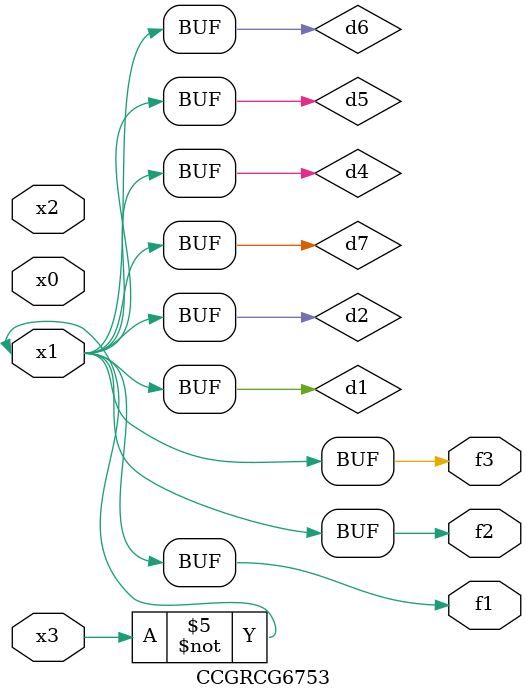
<source format=v>
module CCGRCG6753(
	input x0, x1, x2, x3,
	output f1, f2, f3
);

	wire d1, d2, d3, d4, d5, d6, d7;

	not (d1, x3);
	buf (d2, x1);
	xnor (d3, d1, d2);
	nor (d4, d1);
	buf (d5, d1, d2);
	buf (d6, d4, d5);
	nand (d7, d4);
	assign f1 = d6;
	assign f2 = d7;
	assign f3 = d6;
endmodule

</source>
